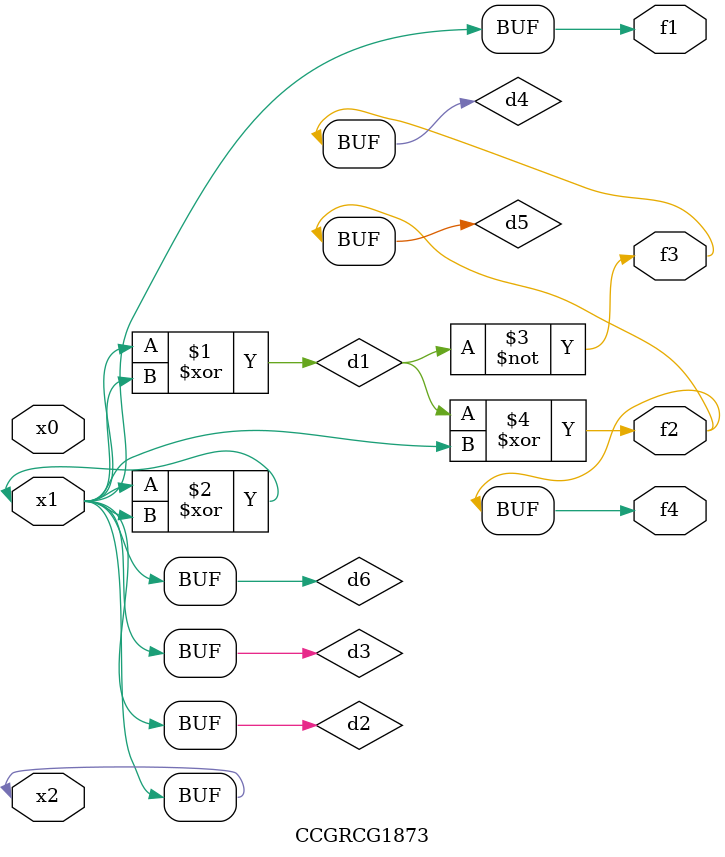
<source format=v>
module CCGRCG1873(
	input x0, x1, x2,
	output f1, f2, f3, f4
);

	wire d1, d2, d3, d4, d5, d6;

	xor (d1, x1, x2);
	buf (d2, x1, x2);
	xor (d3, x1, x2);
	nor (d4, d1);
	xor (d5, d1, d2);
	buf (d6, d2, d3);
	assign f1 = d6;
	assign f2 = d5;
	assign f3 = d4;
	assign f4 = d5;
endmodule

</source>
